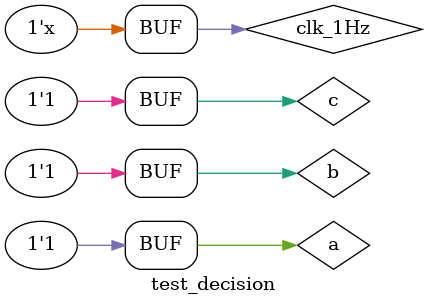
<source format=v>
`timescale 1ns/100ps
module test_decision();
  reg clk_1Hz,a,b,c;
  wire y;
  decision_behavior u0(a,b,c,y);
    always #50 clk_1Hz = ~clk_1Hz ;
    initial
    begin
    clk_1Hz=0;
    #100;
    a=0;b=0;c=0;
    #100;
    a=0;b=0;c=1;  
    #100;
    a=0;b=1;c=0;  
    #100;
    a=0;b=1;c=1;  
    #100;
    a=1;b=0;c=0;  
    #100;
    a=1;b=0;c=1;  
    #100;
    a=1;b=1;c=0;  
    #100;
    a=1;b=1;c=1;  
    end
endmodule

</source>
